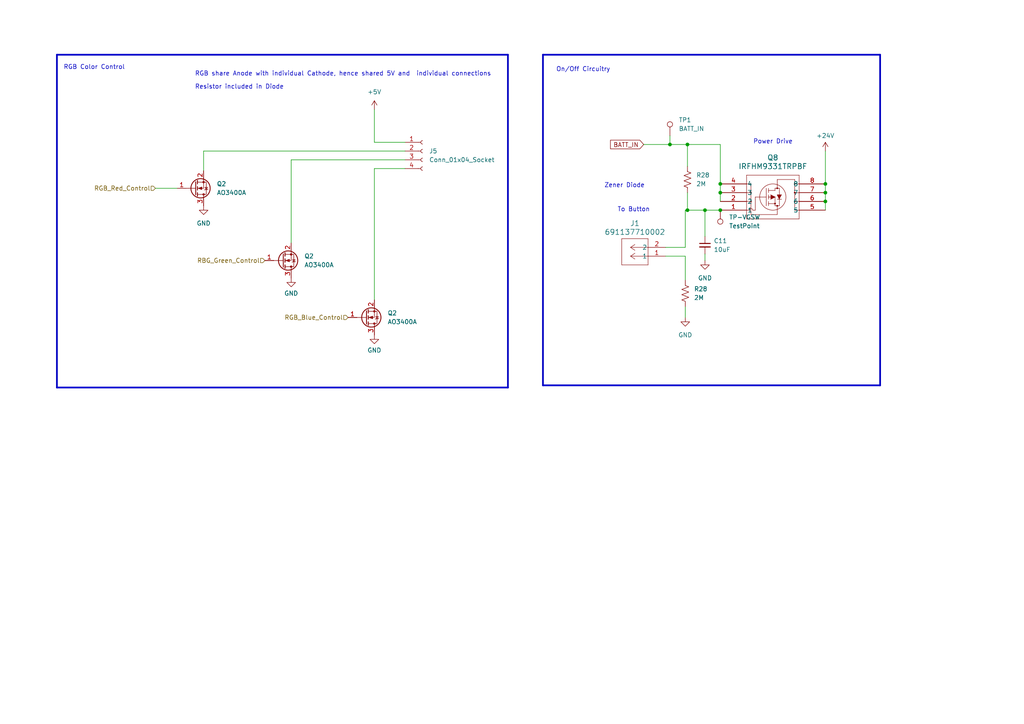
<source format=kicad_sch>
(kicad_sch (version 20230121) (generator eeschema)
  (paper "A4")
  (lib_symbols
    (symbol "691137710002-2CONN:691137710002" (pin_names (offset 0.254))
      (property "Reference" "J" (at 8.89 6.35 0))
      (property "Value" "691137710002" (at 0 0 0))
      (symbol "691137710002_1_1"
        (polyline (pts (xy 5.08 -5.08) (xy 12.7 -5.08)) (stroke (width 0.127)))
        (polyline (pts (xy 5.08 2.54) (xy 5.08 -5.08)) (stroke (width 0.127)))
        (polyline (pts (xy 10.16 -2.54) (xy 5.08 -2.54)) (stroke (width 0.127)))
        (polyline (pts (xy 10.16 -2.54) (xy 8.89 -3.3867)) (stroke (width 0.127)))
        (polyline (pts (xy 10.16 -2.54) (xy 8.89 -1.6933)) (stroke (width 0.127)))
        (polyline (pts (xy 10.16 0) (xy 5.08 0)) (stroke (width 0.127)))
        (polyline (pts (xy 10.16 0) (xy 8.89 -0.8467)) (stroke (width 0.127)))
        (polyline (pts (xy 10.16 0) (xy 8.89 0.8467)) (stroke (width 0.127)))
        (polyline (pts (xy 12.7 -5.08) (xy 12.7 2.54)) (stroke (width 0.127)))
        (polyline (pts (xy 12.7 2.54) (xy 5.08 2.54)) (stroke (width 0.127)))
        (pin unspecified line (at 0 0 0) (length 5.08) (name "1") (number "1"))
        (pin unspecified line (at 0 -2.54 0) (length 5.08) (name "2") (number "2"))
      )
    )
    (symbol "Connector:Conn_01x04_Socket" (pin_names (offset 1.016) hide)
      (property "Reference" "J" (at 0 5.08 0))
      (property "Value" "Conn_01x04_Socket" (at 0 -7.62 0))
      (symbol "Conn_01x04_Socket_1_1"
        (arc (start 0 -4.572) (mid -0.5058 -5.08) (end 0 -5.588) (stroke (width 0.1524)))
        (arc (start 0 -2.032) (mid -0.5058 -2.54) (end 0 -3.048) (stroke (width 0.1524)))
        (polyline (pts (xy -1.27 -5.08) (xy -0.508 -5.08)) (stroke (width 0.1524)))
        (polyline (pts (xy -1.27 -2.54) (xy -0.508 -2.54)) (stroke (width 0.1524)))
        (polyline (pts (xy -1.27 0) (xy -0.508 0)) (stroke (width 0.1524)))
        (polyline (pts (xy -1.27 2.54) (xy -0.508 2.54)) (stroke (width 0.1524)))
        (arc (start 0 0.508) (mid -0.5058 0) (end 0 -0.508) (stroke (width 0.1524)))
        (arc (start 0 3.048) (mid -0.5058 2.54) (end 0 2.032) (stroke (width 0.1524)))
        (pin passive line (at -5.08 2.54 0) (length 3.81) (name "Pin_1") (number "1"))
        (pin passive line (at -5.08 0 0) (length 3.81) (name "Pin_2") (number "2"))
        (pin passive line (at -5.08 -2.54 0) (length 3.81) (name "Pin_3") (number "3"))
        (pin passive line (at -5.08 -5.08 0) (length 3.81) (name "Pin_4") (number "4"))
      )
    )
    (symbol "Connector:TestPoint" (pin_numbers hide) (pin_names (offset 0.762) hide)
      (property "Reference" "TP" (at 0 6.858 0))
      (property "Value" "TestPoint" (at 0 5.08 0))
      (symbol "TestPoint_0_1"
        (circle (center 0 3.302) (radius 0.762))
      )
      (symbol "TestPoint_1_1"
        (pin passive line (at 0 0 90) (length 2.54) (name "1") (number "1"))
      )
    )
    (symbol "Device:C_Small" (pin_numbers hide) (pin_names (offset 0.254) hide)
      (property "Reference" "C" (at 0.254 1.778 0))
      (property "Value" "C_Small" (at 0.254 -2.032 0))
      (symbol "C_Small_0_1"
        (polyline (pts (xy -1.524 -0.508) (xy 1.524 -0.508)) (stroke (width 0.3302)))
        (polyline (pts (xy -1.524 0.508) (xy 1.524 0.508)) (stroke (width 0.3048)))
      )
      (symbol "C_Small_1_1"
        (pin passive line (at 0 2.54 270) (length 2.032) (name "~") (number "1"))
        (pin passive line (at 0 -2.54 90) (length 2.032) (name "~") (number "2"))
      )
    )
    (symbol "Device:R_US" (pin_numbers hide) (pin_names (offset 0))
      (property "Reference" "R" (at 2.54 0 90))
      (property "Value" "R_US" (at -2.54 0 90))
      (symbol "R_US_0_1"
        (polyline (pts (xy 0 -2.286) (xy 0 -2.54)))
        (polyline (pts (xy 0 2.286) (xy 0 2.54)))
        (polyline (pts (xy 0 -0.762) (xy 1.016 -1.143) (xy 0 -1.524) (xy -1.016 -1.905) (xy 0 -2.286)))
        (polyline (pts (xy 0 0.762) (xy 1.016 0.381) (xy 0 0) (xy -1.016 -0.381) (xy 0 -0.762)))
        (polyline (pts (xy 0 2.286) (xy 1.016 1.905) (xy 0 1.524) (xy -1.016 1.143) (xy 0 0.762)))
      )
      (symbol "R_US_1_1"
        (pin passive line (at 0 3.81 270) (length 1.27) (name "~") (number "1"))
        (pin passive line (at 0 -3.81 90) (length 1.27) (name "~") (number "2"))
      )
    )
    (symbol "IRFHM9331TRPBF:IRFHM9331TRPBF" (pin_names (offset 0.254))
      (property "Reference" "Q8" (at 15.24 7.62 0))
      (property "Value" "IRFHM9331TRPBF" (at 15.24 5.08 0))
      (symbol "IRFHM9331TRPBF_1_1"
        (polyline (pts (xy 7.62 -10.16) (xy 22.86 -10.16)) (stroke (width 0.127)))
        (polyline (pts (xy 7.62 -7.62) (xy 8.382 -7.62)) (stroke (width 0.127)))
        (polyline (pts (xy 7.62 -5.08) (xy 8.89 -5.08)) (stroke (width 0.127)))
        (polyline (pts (xy 7.62 -2.54) (xy 8.89 -2.54)) (stroke (width 0.127)))
        (polyline (pts (xy 7.62 0) (xy 8.89 0)) (stroke (width 0.127)))
        (polyline (pts (xy 7.62 2.54) (xy 7.62 -10.16)) (stroke (width 0.127)))
        (polyline (pts (xy 8.89 -8.89) (xy 16.51 -8.89)) (stroke (width 0.127)))
        (polyline (pts (xy 8.89 0) (xy 8.89 -8.89)) (stroke (width 0.127)))
        (polyline (pts (xy 10.16 -7.62) (xy 9.398 -7.62)) (stroke (width 0.127)))
        (polyline (pts (xy 10.16 -3.81) (xy 10.16 -7.62)) (stroke (width 0.127)))
        (polyline (pts (xy 10.16 -3.81) (xy 13.335 -3.81)) (stroke (width 0.127)))
        (polyline (pts (xy 13.335 -6.35) (xy 13.335 -1.27)) (stroke (width 0.127)))
        (polyline (pts (xy 13.97 -6.35) (xy 13.97 -5.08)) (stroke (width 0.127)))
        (polyline (pts (xy 13.97 -5.715) (xy 15.875 -5.715)) (stroke (width 0.127)))
        (polyline (pts (xy 13.97 -4.445) (xy 13.97 -3.175)) (stroke (width 0.127)))
        (polyline (pts (xy 13.97 -2.54) (xy 13.97 -1.27)) (stroke (width 0.127)))
        (polyline (pts (xy 13.97 -1.905) (xy 15.875 -1.905)) (stroke (width 0.127)))
        (polyline (pts (xy 15.24 -3.81) (xy 15.875 -3.81)) (stroke (width 0.127)))
        (polyline (pts (xy 15.875 -6.35) (xy 15.875 -3.81)) (stroke (width 0.127)))
        (polyline (pts (xy 15.875 -6.35) (xy 17.145 -6.35)) (stroke (width 0.127)))
        (polyline (pts (xy 15.875 -3.81) (xy 13.97 -3.81)))
        (polyline (pts (xy 15.875 -1.905) (xy 15.875 -1.27)) (stroke (width 0.127)))
        (polyline (pts (xy 15.875 -1.27) (xy 17.145 -1.27)) (stroke (width 0.127)))
        (polyline (pts (xy 16.51 -8.89) (xy 16.51 -6.35)) (stroke (width 0.127)))
        (polyline (pts (xy 16.51 1.27) (xy 16.51 -1.27)) (stroke (width 0.127)))
        (polyline (pts (xy 17.145 -6.35) (xy 17.145 -4.445)) (stroke (width 0.127)))
        (polyline (pts (xy 17.145 -3.175) (xy 17.145 -1.27)) (stroke (width 0.127)))
        (polyline (pts (xy 17.78 -4.445) (xy 16.51 -4.445)) (stroke (width 0.127)))
        (polyline (pts (xy 21.59 -7.62) (xy 21.59 1.27)) (stroke (width 0.127)))
        (polyline (pts (xy 21.59 1.27) (xy 16.51 1.27)) (stroke (width 0.127)))
        (polyline (pts (xy 22.86 -10.16) (xy 22.86 2.54)) (stroke (width 0.127)))
        (polyline (pts (xy 22.86 -7.62) (xy 21.59 -7.62)) (stroke (width 0.127)))
        (polyline (pts (xy 22.86 -5.08) (xy 21.59 -5.08)) (stroke (width 0.127)))
        (polyline (pts (xy 22.86 -2.54) (xy 21.59 -2.54)) (stroke (width 0.127)))
        (polyline (pts (xy 22.86 0) (xy 21.59 0)) (stroke (width 0.127)))
        (polyline (pts (xy 22.86 2.54) (xy 7.62 2.54)) (stroke (width 0.127)))
        (polyline (pts (xy 14.605 -4.445) (xy 15.875 -3.81) (xy 14.605 -3.175)) (fill (type outline)))
        (polyline (pts (xy 17.78 -3.175) (xy 16.51 -3.175) (xy 17.145 -4.445)) (fill (type outline)))
        (circle (center 8.89 -5.08) (radius 0.127) (stroke (width 0.254)))
        (circle (center 8.89 -2.54) (radius 0.127) (stroke (width 0.254)))
        (arc (start 9.398 -7.62) (mid 8.89 -7.1142) (end 8.382 -7.62) (stroke (width 0.127)))
        (circle (center 15.24 -3.81) (radius 3.81) (stroke (width 0.127)))
        (circle (center 15.875 -5.715) (radius 0.127) (stroke (width 0.254)))
        (circle (center 16.51 -6.35) (radius 0.127) (stroke (width 0.254)))
        (circle (center 16.51 -1.27) (radius 0.127) (stroke (width 0.254)))
        (circle (center 21.59 -5.08) (radius 0.127) (stroke (width 0.254)))
        (circle (center 21.59 -2.54) (radius 0.127) (stroke (width 0.254)))
        (circle (center 21.59 0) (radius 0.127) (stroke (width 0.254)))
        (pin unspecified line (at 0 -7.62 0) (length 7.62) (name "1") (number "1"))
        (pin unspecified line (at 0 -5.08 0) (length 7.62) (name "2") (number "2"))
        (pin unspecified line (at 0 -2.54 0) (length 7.62) (name "3") (number "3"))
        (pin unspecified line (at 0 0 0) (length 7.62) (name "4") (number "4"))
        (pin unspecified line (at 30.48 -7.62 180) (length 7.62) (name "5") (number "5"))
        (pin unspecified line (at 30.48 -5.08 180) (length 7.62) (name "6") (number "6"))
        (pin unspecified line (at 30.48 -2.54 180) (length 7.62) (name "7") (number "7"))
        (pin unspecified line (at 30.48 0 180) (length 7.62) (name "8") (number "8"))
      )
    )
    (symbol "Transistor_FET:AO3400A" (pin_names hide)
      (property "Reference" "Q" (at 5.08 1.905 0))
      (property "Value" "AO3400A" (at 5.08 0 0))
      (symbol "AO3400A_0_1"
        (polyline (pts (xy 0.254 0) (xy -2.54 0)))
        (polyline (pts (xy 0.254 1.905) (xy 0.254 -1.905)) (stroke (width 0.254)))
        (polyline (pts (xy 0.762 -1.27) (xy 0.762 -2.286)) (stroke (width 0.254)))
        (polyline (pts (xy 0.762 0.508) (xy 0.762 -0.508)) (stroke (width 0.254)))
        (polyline (pts (xy 0.762 2.286) (xy 0.762 1.27)) (stroke (width 0.254)))
        (polyline (pts (xy 2.54 2.54) (xy 2.54 1.778)))
        (polyline (pts (xy 2.54 -2.54) (xy 2.54 0) (xy 0.762 0)))
        (polyline (pts (xy 0.762 -1.778) (xy 3.302 -1.778) (xy 3.302 1.778) (xy 0.762 1.778)))
        (polyline (pts (xy 1.016 0) (xy 2.032 0.381) (xy 2.032 -0.381) (xy 1.016 0)) (fill (type outline)))
        (polyline (pts (xy 2.794 0.508) (xy 2.921 0.381) (xy 3.683 0.381) (xy 3.81 0.254)))
        (polyline (pts (xy 3.302 0.381) (xy 2.921 -0.254) (xy 3.683 -0.254) (xy 3.302 0.381)))
        (circle (center 1.651 0) (radius 2.794) (stroke (width 0.254)))
        (circle (center 2.54 -1.778) (radius 0.254) (fill (type outline)))
        (circle (center 2.54 1.778) (radius 0.254) (fill (type outline)))
      )
      (symbol "AO3400A_1_1"
        (pin input line (at -5.08 0 0) (length 2.54) (name "G") (number "1"))
        (pin passive line (at 2.54 -5.08 90) (length 2.54) (name "S") (number "2"))
        (pin passive line (at 2.54 5.08 270) (length 2.54) (name "D") (number "3"))
      )
    )
    (symbol "power:+24V" (power) (pin_names (offset 0))
      (property "Value" "+24V" (at 0 3.556 0))
      (symbol "+24V_0_1"
        (polyline (pts (xy -0.762 1.27) (xy 0 2.54)))
        (polyline (pts (xy 0 0) (xy 0 2.54)))
        (polyline (pts (xy 0 2.54) (xy 0.762 1.27)))
      )
      (symbol "+24V_1_1"
        (pin power_in line (at 0 0 90) (length 0) hide (name "+24V") (number "1"))
      )
    )
    (symbol "power:+5V" (power) (pin_names (offset 0))
      (property "Value" "+5V" (at 0 3.556 0))
      (symbol "+5V_0_1"
        (polyline (pts (xy -0.762 1.27) (xy 0 2.54)))
        (polyline (pts (xy 0 0) (xy 0 2.54)))
        (polyline (pts (xy 0 2.54) (xy 0.762 1.27)))
      )
      (symbol "+5V_1_1"
        (pin power_in line (at 0 0 90) (length 0) hide (name "+5V") (number "1"))
      )
    )
    (symbol "power:GND" (power) (pin_names (offset 0))
      (property "Value" "GND" (at 0 -3.81 0))
      (symbol "GND_0_1"
        (polyline (pts (xy 0 0) (xy 0 -1.27) (xy 1.27 -1.27) (xy 0 -2.54) (xy -1.27 -1.27) (xy 0 -1.27)))
      )
      (symbol "GND_1_1"
        (pin power_in line (at 0 0 270) (length 0) hide (name "GND") (number "1"))
      )
    )
  )
  (junction (at 199.39 41.91))
  (junction (at 199.39 60.96))
  (junction (at 208.915 53.34))
  (junction (at 204.47 60.96))
  (junction (at 239.395 55.88))
  (junction (at 208.915 55.88))
  (junction (at 239.395 58.42))
  (junction (at 194.31 41.91))
  (junction (at 208.915 60.96))
  (junction (at 239.395 53.34))
  (wire (pts (xy 199.39 41.91) (xy 208.915 41.91)))
  (wire (pts (xy 194.31 41.91) (xy 199.39 41.91)))
  (wire (pts (xy 193.04 71.755) (xy 198.755 71.755)))
  (wire (pts (xy 194.31 39.37) (xy 194.31 41.91)))
  (wire (pts (xy 108.585 86.995) (xy 108.585 48.895)))
  (wire (pts (xy 239.395 53.34) (xy 239.395 55.88)))
  (wire (pts (xy 204.47 60.96) (xy 208.915 60.96)))
  (wire (pts (xy 199.39 41.91) (xy 199.39 48.26)))
  (polyline (pts (xy 147.32 112.395) (xy 147.32 15.875)) (stroke (width 0.5)))
  (wire (pts (xy 239.395 58.42) (xy 239.395 60.96)))
  (wire (pts (xy 198.755 92.075) (xy 198.755 88.9)))
  (polyline (pts (xy 157.48 15.875) (xy 157.48 111.76)) (stroke (width 0.5)))
  (polyline (pts (xy 157.48 111.76) (xy 255.27 111.76)) (stroke (width 0.5)))
  (wire (pts (xy 198.755 74.295) (xy 198.755 81.28)))
  (wire (pts (xy 45.085 54.61) (xy 51.435 54.61)))
  (polyline (pts (xy 16.51 15.875) (xy 16.51 112.395)) (stroke (width 0.5)))
  (wire (pts (xy 199.39 55.88) (xy 199.39 60.96)))
  (wire (pts (xy 198.755 74.295) (xy 193.04 74.295)))
  (polyline (pts (xy 157.48 15.875) (xy 255.27 15.875)) (stroke (width 0.5)))
  (wire (pts (xy 59.055 43.815) (xy 117.475 43.815)))
  (polyline (pts (xy 16.51 112.395) (xy 147.32 112.395)) (stroke (width 0.5)))
  (wire (pts (xy 204.47 73.66) (xy 204.47 75.565)))
  (wire (pts (xy 199.39 60.96) (xy 204.47 60.96)))
  (wire (pts (xy 108.585 48.895) (xy 117.475 48.895)))
  (polyline (pts (xy 16.51 15.875) (xy 147.32 15.875)) (stroke (width 0.5)))
  (wire (pts (xy 208.915 53.34) (xy 208.915 41.91)))
  (wire (pts (xy 186.69 41.91) (xy 194.31 41.91)))
  (wire (pts (xy 84.455 46.355) (xy 117.475 46.355)))
  (wire (pts (xy 198.755 60.96) (xy 198.755 71.755)))
  (wire (pts (xy 117.475 41.275) (xy 108.585 41.275)))
  (wire (pts (xy 84.455 70.485) (xy 84.455 46.355)))
  (wire (pts (xy 108.585 31.75) (xy 108.585 41.275)))
  (wire (pts (xy 204.47 60.96) (xy 204.47 68.58)))
  (wire (pts (xy 208.915 55.88) (xy 208.915 53.34)))
  (wire (pts (xy 59.055 49.53) (xy 59.055 43.815)))
  (polyline (pts (xy 255.27 111.76) (xy 255.27 15.875)) (stroke (width 0.5)))
  (wire (pts (xy 198.755 60.96) (xy 199.39 60.96)))
  (wire (pts (xy 239.395 55.88) (xy 239.395 58.42)))
  (wire (pts (xy 239.395 43.815) (xy 239.395 53.34)))
  (wire (pts (xy 208.915 58.42) (xy 208.915 55.88)))
  (text "RGB Color Control\n" (at 18.415 20.32 0) (effects (font (size 1.27 1.27)) (justify left bottom)))
  (text "Power Drive\n" (at 218.44 41.91 0) (effects (font (size 1.27 1.27)) (justify left bottom)))
  (text "On/Off Circuitry\n" (at 161.29 20.955 0) (effects (font (size 1.27 1.27)) (justify left bottom)))
  (text "Resistor included in Diode" (at 56.515 26.035 0) (effects (font (size 1.27 1.27)) (justify left bottom)))
  (text "To Button\n" (at 179.07 61.595 0) (effects (font (size 1.27 1.27)) (justify left bottom)))
  (text "RGB share Anode with individual Cathode, hence shared 5V and  individual connections\n" (at 56.515 22.225 0) (effects (font (size 1.27 1.27)) (justify left bottom)))
  (text "Zener Diode" (at 175.26 54.61 0) (effects (font (size 1.27 1.27)) (justify left bottom)))
  (global_label "BATT_IN" (shape input) (at 186.69 41.91 180) (property "Intersheetrefs" "${INTERSHEET_REFS}" (effects hide)))
  (hierarchical_label "RGB_Red_Control" (shape input) (at 45.085 54.61 180))
  (hierarchical_label "RBG_Green_Control" (shape input) (at 76.835 75.565 180))
  (hierarchical_label "RGB_Blue_Control" (shape input) (at 100.965 92.075 180))
  (symbol (lib_id "IRFHM9331TRPBF:IRFHM9331TRPBF") (at 208.915 53.34 0) (unit 1)
    (property "Reference" "Q8" (at 224.155 45.72 0) (effects (font (size 1.524 1.524))))
    (property "Value" "IRFHM9331TRPBF" (at 224.155 48.26 0) (effects (font (size 1.524 1.524))))
    (property "Footprint" "CSTAR-MainBoard-Footprints:IRFHM9331TRPBF" (effects hide))
    (property "Datasheet" "IRFHM9331TRPBF" (effects hide))
  )
  (symbol (lib_id "power:GND") (at 108.585 97.155 0) (unit 1)
    (property "Reference" "#PWR037" (effects hide))
    (property "Value" "GND" (at 108.585 101.6 0))
  )
  (symbol (lib_id "power:GND") (at 198.755 92.075 0) (unit 1)
    (property "Reference" "#PWR040" (effects hide))
    (property "Value" "GND" (at 198.755 97.155 0))
  )
  (symbol (lib_id "Connector:Conn_01x04_Socket") (at 122.555 43.815 0) (unit 1)
    (property "Reference" "J5" (at 124.46 43.815 0) (effects (justify left)))
    (property "Value" "Conn_01x04_Socket" (at 124.46 46.355 0) (effects (justify left)))
    (property "Footprint" "CSTAR-MainBoard-Footprints:B4B_PH_K_S" (effects hide))
  )
  (symbol (lib_id "Transistor_FET:AO3400A") (at 106.045 92.075 0) (mirror x) (unit 1)
    (property "Reference" "Q2" (at 112.395 90.805 0) (effects (justify left)))
    (property "Value" "AO3400A" (at 112.395 93.345 0) (effects (justify left)))
    (property "Footprint" "Package_TO_SOT_SMD:SOT-23" (effects hide))
    (property "Datasheet" "http://www.aosmd.com/pdfs/datasheet/AO3400A.pdf" (effects hide))
  )
  (symbol (lib_id "Connector:TestPoint") (at 194.31 39.37 0) (unit 1)
    (property "Reference" "TP1" (at 196.85 34.798 0) (effects (justify left)))
    (property "Value" "BATT_IN" (at 196.85 37.338 0) (effects (justify left)))
    (property "Footprint" "TestPoint:TestPoint_Pad_D2.0mm" (effects hide))
  )
  (symbol (lib_id "Device:C_Small") (at 204.47 71.12 0) (unit 1)
    (property "Reference" "C11" (at 207.01 69.8563 0) (effects (justify left)))
    (property "Value" "10uF" (at 207.01 72.3963 0) (effects (justify left)))
    (property "Footprint" "Capacitor_SMD:C_0805_2012Metric" (effects hide))
  )
  (symbol (lib_id "power:+24V") (at 239.395 43.815 0) (unit 1)
    (property "Reference" "#PWR039" (effects hide))
    (property "Value" "+24V" (at 239.395 39.37 0))
  )
  (symbol (lib_id "power:GND") (at 59.055 59.69 0) (unit 1)
    (property "Reference" "#PWR035" (effects hide))
    (property "Value" "GND" (at 59.055 64.77 0))
  )
  (symbol (lib_id "Transistor_FET:AO3400A") (at 56.515 54.61 0) (mirror x) (unit 1)
    (property "Reference" "Q2" (at 62.865 53.34 0) (effects (justify left)))
    (property "Value" "AO3400A" (at 62.865 55.88 0) (effects (justify left)))
    (property "Footprint" "Package_TO_SOT_SMD:SOT-23" (effects hide))
    (property "Datasheet" "http://www.aosmd.com/pdfs/datasheet/AO3400A.pdf" (effects hide))
  )
  (symbol (lib_id "power:GND") (at 84.455 80.645 0) (unit 1)
    (property "Reference" "#PWR036" (effects hide))
    (property "Value" "GND" (at 84.455 85.09 0))
  )
  (symbol (lib_id "power:+5V") (at 108.585 31.75 0) (unit 1)
    (property "Reference" "#PWR038" (effects hide))
    (property "Value" "+5V" (at 108.585 26.67 0))
  )
  (symbol (lib_id "Device:R_US") (at 199.39 52.07 0) (unit 1)
    (property "Reference" "R28" (at 201.93 50.8 0) (effects (justify left)))
    (property "Value" "2M" (at 201.93 53.34 0) (effects (justify left)))
    (property "Footprint" "Resistor_SMD:R_0805_2012Metric" (effects hide))
  )
  (symbol (lib_id "691137710002-2CONN:691137710002") (at 193.04 74.295 180) (unit 1)
    (property "Reference" "J1" (at 184.15 64.77 0) (effects (font (size 1.524 1.524))))
    (property "Value" "691137710002" (at 184.15 67.31 0) (effects (font (size 1.524 1.524))))
    (property "Footprint" "CSTAR-MainBoard-Footprints:691137710002-2CONN" (effects hide))
    (property "Datasheet" "691137710002" (effects hide))
  )
  (symbol (lib_id "Connector:TestPoint") (at 208.915 60.96 180) (unit 1)
    (property "Reference" "TP-VGSW" (at 211.455 62.992 0) (effects (justify right)))
    (property "Value" "TestPoint" (at 211.455 65.532 0) (effects (justify right)))
    (property "Footprint" "TestPoint:TestPoint_Pad_D2.0mm" (effects hide))
  )
  (symbol (lib_id "Device:R_US") (at 198.755 85.09 0) (unit 1)
    (property "Reference" "R28" (at 201.295 83.82 0) (effects (justify left)))
    (property "Value" "2M" (at 201.295 86.36 0) (effects (justify left)))
    (property "Footprint" "Resistor_SMD:R_0805_2012Metric" (effects hide))
  )
  (symbol (lib_id "Transistor_FET:AO3400A") (at 81.915 75.565 0) (mirror x) (unit 1)
    (property "Reference" "Q2" (at 88.265 74.295 0) (effects (justify left)))
    (property "Value" "AO3400A" (at 88.265 76.835 0) (effects (justify left)))
    (property "Footprint" "Package_TO_SOT_SMD:SOT-23" (effects hide))
    (property "Datasheet" "http://www.aosmd.com/pdfs/datasheet/AO3400A.pdf" (effects hide))
  )
  (symbol (lib_id "power:GND") (at 204.47 75.565 0) (unit 1)
    (property "Reference" "#PWR045" (effects hide))
    (property "Value" "GND" (at 204.47 80.645 0))
  )
)
</source>
